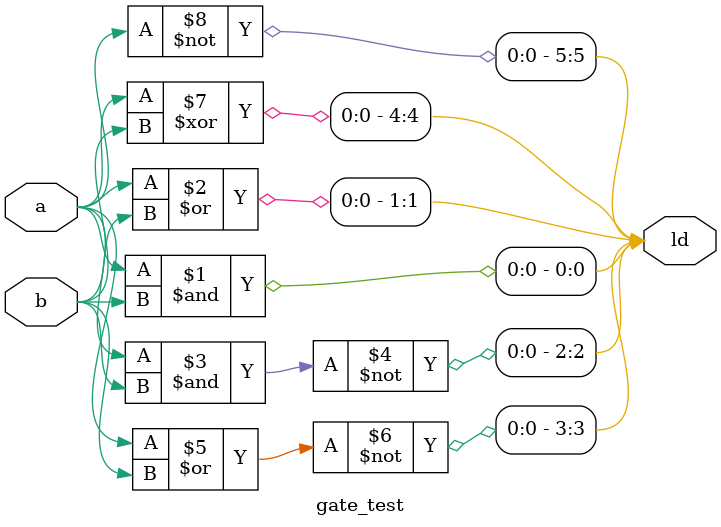
<source format=v>
`timescale 1ns / 1ps



//   //assign out = a & b;
//     assign ld0 = a & b;
//     assign ld1 = a | b;
//     assign ld2 = ~(a & b);   //NAND
//     assign ld3 = ~(a | b);   //NOR
//     assign ld4 = a ^ b;      //XOR
//     assign ld5 = ~a;         //NOT
// endmodule


module gate_test(
    input wire a,  //slide switch
    input b,     // »ý·«ÇÏ¸é wire
    output [5:0] ld 
    );

  //assign out = a & b;
    assign ld[0] = a & b;
    assign ld[1] = a | b;
    assign ld[2] = ~(a & b);   //NAND
    assign ld[3] = ~(a | b);   //NOR
    assign ld[4] = a ^ b;      //XOR
    assign ld[5] = ~a;         //NOT
endmodule

</source>
